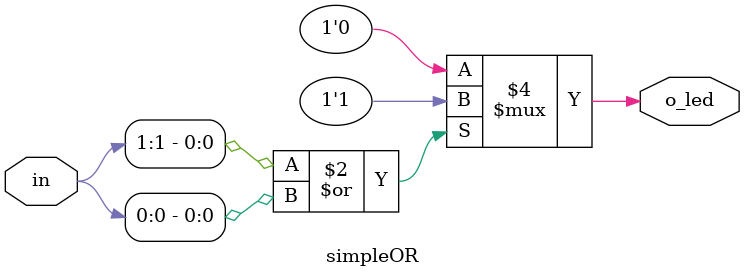
<source format=v>
module simpleOR(
    input[1:0] in,  //Input
    output o_led);  //Output to LED

    //Combinational logic 
    //
    //Drives o_led high if in is high
    always @(*) begin
        if (in[1] | in[0]) begin
            o_led <= 1'b1;
        end else begin
            o_led <= 1'b0;
        end
    end

endmodule

</source>
